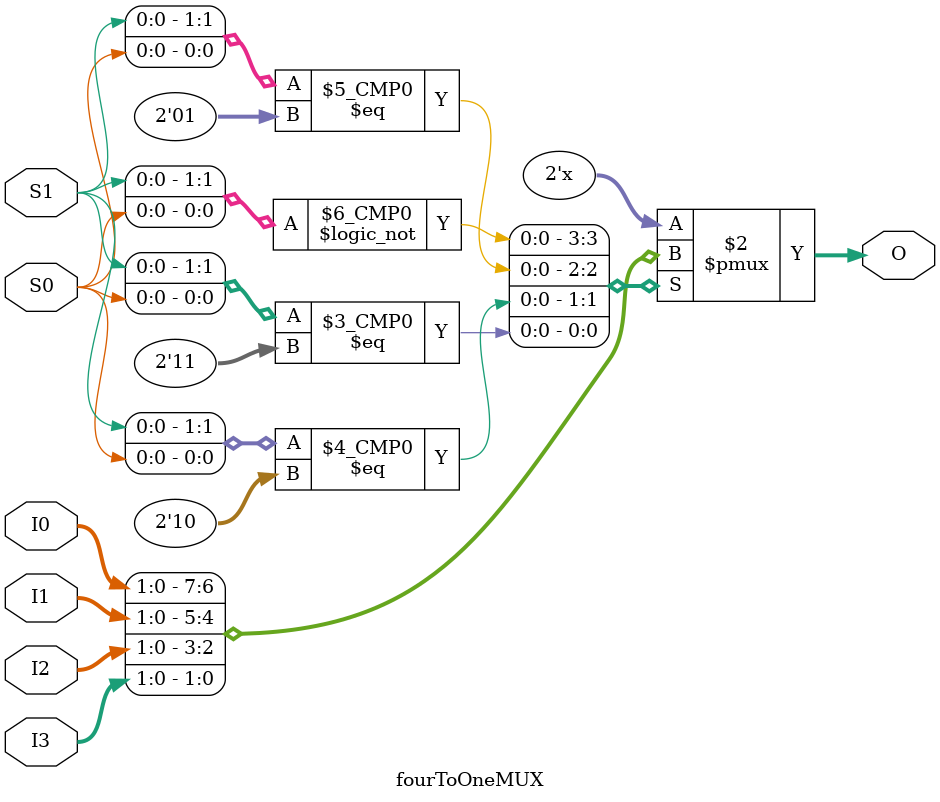
<source format=v>
`timescale 1ns / 1ps


module fourToOneMUX(
    input wire [1:0] I0,I1,I2,I3,
    input wire S0,S1,
    output reg [1:0] O
    );

    
        always @ (*) begin
    
        case({S1, S0})
            3'b00 : O = I0;
            3'b01 : O = I1;
            3'b10 : O = I2;
            3'b11 : O = I3;
        endcase
    end
    
    
endmodule

</source>
